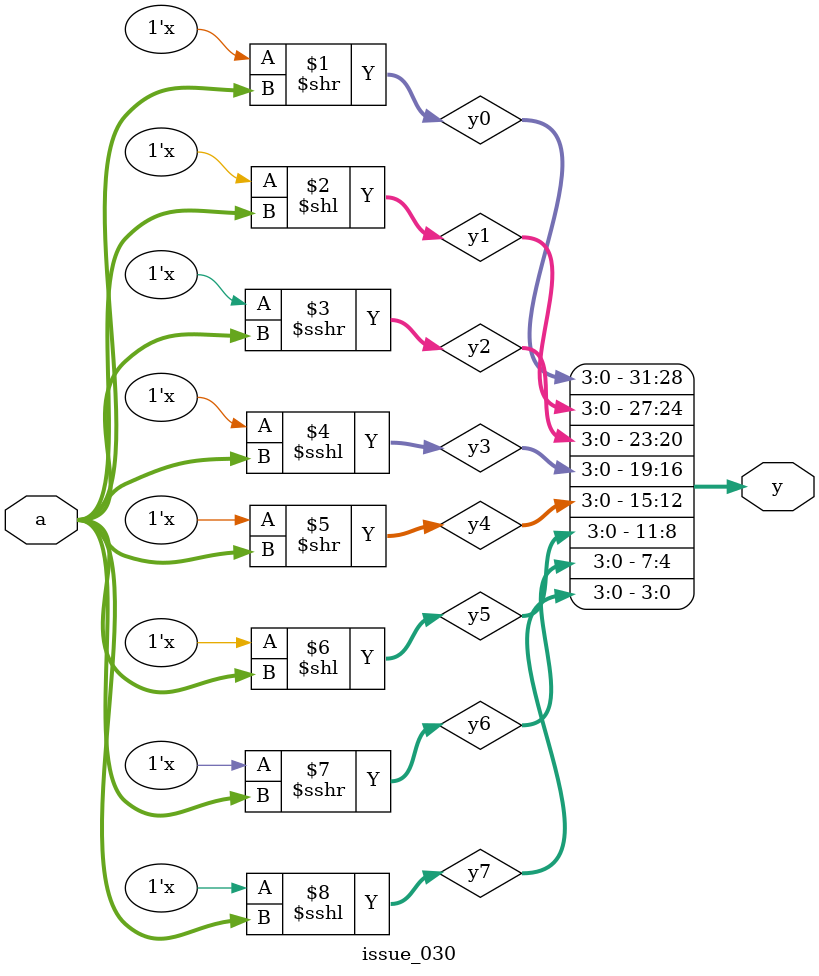
<source format=v>
module issue_030(a, y);
  input [3:0] a;
  output [31:0] y;

  wire [3:0] y0;
  wire [3:0] y1;
  wire [3:0] y2;
  wire [3:0] y3;
  wire [3:0] y4;
  wire [3:0] y5;
  wire [3:0] y6;
  wire [3:0] y7;

  assign y = {y0,y1,y2,y3,y4,y5,y6,y7};

  assign y0 = 1'bx >> a;
  assign y1 = 1'bx << a;
  assign y2 = 1'bx >>> a;
  assign y3 = 1'bx <<< a;
  assign y4 = 1'sbx >> a;
  assign y5 = 1'sbx << a;
  assign y6 = 1'sbx >>> a;
  assign y7 = 1'sbx <<< a;
endmodule

</source>
